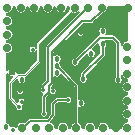
<source format=gbr>
%FSLAX35Y35*%
%MOIN*%
G04 EasyPC Gerber Version 18.0.9 Build 3640 *
%ADD73C,0.00400*%
%ADD10C,0.00500*%
%ADD16C,0.00600*%
%ADD14C,0.00800*%
%ADD95C,0.01400*%
%ADD129C,0.01800*%
%ADD20C,0.02400*%
%ADD12C,0.02800*%
%ADD131C,0.03200*%
X0Y0D02*
D02*
D10*
X2652Y4447D02*
G75*
G02X3785Y3163I-402J-1497D01*
G01*
G75*
G02X5700Y2757I765J-1113*
G01*
G75*
G02X8629Y4602I2050J-7*
G01*
X9714Y5686*
G75*
G02X10350Y5950I637J-636*
G01*
X15777*
X17050Y7223*
Y10650*
G75*
G02X17314Y11286I900J0*
G01*
X18614Y12586*
G75*
G02X19250Y12850I637J-636*
G01*
X21944*
G75*
G02X24300Y11950I1006J-900*
G01*
G75*
G02X21944Y11050I-1350*
G01*
X19623*
X18850Y10277*
Y6850*
G75*
G02X18586Y6214I-900J0*
G01*
X17136Y4763*
G75*
G02X18798Y2652I-386J-2013*
G01*
X19202*
G75*
G02X19200Y2750I2047J98*
G01*
G75*
G02X23300I2050*
G01*
G75*
G02X23298Y2652I-2050*
G01*
X23702*
G75*
G02X24800Y4567I2048J98*
G01*
Y16357*
X20739Y20418*
G75*
G02X18400Y19554I-1489J432*
G01*
Y17450*
G75*
G02X18122Y16778I-950*
G01*
X17446Y16102*
G75*
G02X19300Y14850I504J-1252*
G01*
G75*
G02X17070Y13826I-1350*
G01*
X15900Y12657*
Y8309*
G75*
G02X16300Y7350I-950J-959*
G01*
G75*
G02X13600I-1350*
G01*
G75*
G02X14000Y8309I1350*
G01*
Y13050*
G75*
G02X14278Y13722I950*
G01*
X14483Y13927*
G75*
G02X13800Y16209I267J1323*
G01*
Y16750*
G75*
G02X14078Y17422I950*
G01*
X15400Y18744*
Y29450*
G75*
G02X15673Y30117I950*
G01*
X26605Y41212*
G75*
G02X24532Y40830I-1355J1538*
G01*
X14100Y30398*
Y24850*
G75*
G02X13851Y24249I-850J0*
G01*
X9251Y19649*
G75*
G02X8887Y19434I-600J601*
G01*
G75*
G02X9100Y18650I-1337J-783*
G01*
G75*
G02X6000I-1550*
G01*
G75*
G02X6001Y18699I1554J-1*
G01*
X4600Y17298*
Y12802*
X6101Y11301*
G75*
G02X6100Y11350I1350J46*
G01*
G75*
G02X8800I1350*
G01*
G75*
G02X7938Y10091I-1350*
G01*
G75*
G02X8100Y9450I-1188J-642*
G01*
G75*
G02X5400I-1350*
G01*
G75*
G02X5407Y9591I1350J-1*
G01*
X3149Y11849*
G75*
G02X2900Y12450I601J601*
G01*
Y17650*
G75*
G02X3149Y18251I850J0*
G01*
X4398Y19501*
G75*
G02X2652Y20617I-49J1849*
G01*
Y4447*
X5700Y14850D02*
G75*
G02X8400I1350D01*
G01*
G75*
G02X5700I-1350*
G01*
X4600D02*
G36*
Y12802D01*
X6101Y11301*
G75*
G02Y11350I1350J24*
G01*
G75*
G02X8800I1350*
G01*
G75*
G02X7938Y10091I-1350*
G01*
G75*
G02X8100Y9450I-1188J-642*
G01*
G75*
G02X5400I-1350*
G01*
G75*
G02X5407Y9591I1350J-1*
G01*
X3149Y11849*
G75*
G02X2900Y12450I601J601*
G01*
Y17650*
G75*
G02X3149Y18251I850J0*
G01*
X4398Y19501*
G75*
G02X2652Y20617I-49J1849*
G01*
Y4447*
G75*
G02X3785Y3163I-402J-1497*
G01*
G75*
G02X5700Y2757I765J-1113*
G01*
G75*
G02X8629Y4602I2050J-7*
G01*
X9714Y5686*
G75*
G02X10350Y5950I637J-636*
G01*
X15777*
X17050Y7223*
Y10650*
G75*
G02X17314Y11286I900J0*
G01*
X18614Y12586*
G75*
G02X19250Y12850I637J-636*
G01*
X21944*
G75*
G02X24300Y11950I1006J-900*
G01*
G75*
G02X21944Y11050I-1350*
G01*
X19623*
X18850Y10277*
Y6850*
G75*
G02X18586Y6214I-900J0*
G01*
X17136Y4763*
G75*
G02X18798Y2652I-386J-2013*
G01*
X19202*
G75*
G02X19200Y2750I2047J98*
G01*
G75*
G02X23300I2050*
G01*
G75*
G02X23298Y2652I-2050*
G01*
X23702*
G75*
G02X24800Y4567I2048J98*
G01*
Y16357*
X20739Y20418*
G75*
G02X18400Y19554I-1489J432*
G01*
Y17450*
G75*
G02X18122Y16778I-950*
G01*
X17446Y16102*
G75*
G02X19300Y14850I504J-1252*
G01*
G75*
G02X17070Y13826I-1350*
G01*
X15900Y12657*
Y8309*
G75*
G02X16300Y7350I-950J-959*
G01*
G75*
G02X13600I-1350*
G01*
G75*
G02X14000Y8309I1350*
G01*
Y13050*
G75*
G02X14278Y13722I950*
G01*
X14483Y13927*
G75*
G02X13461Y14850I267J1323*
G01*
X8400*
G75*
G02X5700I-1350*
G01*
X4600*
G37*
X5700D02*
G36*
G75*
G02X8400I1350D01*
G01*
X13461*
G75*
G02X13800Y16209I1289J400*
G01*
Y16750*
G75*
G02X14078Y17422I950*
G01*
X15400Y18744*
Y29450*
G75*
G02X15673Y30117I950*
G01*
X26605Y41212*
G75*
G02X24532Y40830I-1355J1538*
G01*
X14100Y30398*
Y24850*
G75*
G02X13851Y24249I-850J0*
G01*
X9251Y19649*
G75*
G02X8887Y19434I-600J601*
G01*
G75*
G02X9100Y18650I-1337J-783*
G01*
G75*
G02X6000I-1550*
G01*
G75*
G02Y18699I1554J24*
G01*
X4600Y17298*
Y14850*
X5700*
G37*
X2652Y22083D02*
G75*
G02X6181Y21083I1698J-733D01*
G01*
G75*
G02X6350Y21100I169J-833*
G01*
X8298*
X12400Y25202*
Y28240*
G75*
G02X9800Y28750I-1250J510*
G01*
G75*
G02X12400Y29260I1350*
G01*
Y30750*
G75*
G02X12649Y31351I850J0*
G01*
X23330Y42032*
G75*
G02X23202Y42848I1919J718*
G01*
X22798*
G75*
G02X22800Y42750I-2048J-98*
G01*
G75*
G02X18700I-2050*
G01*
G75*
G02X18702Y42848I2049*
G01*
X18298*
G75*
G02X18300Y42750I-2048J-98*
G01*
G75*
G02X14200I-2050*
G01*
G75*
G02X14202Y42848I2049*
G01*
X13798*
G75*
G02X13800Y42750I-2048J-98*
G01*
G75*
G02X9700I-2050*
G01*
G75*
G02X9702Y42848I2049*
G01*
X9298*
G75*
G02X9300Y42750I-2048J-98*
G01*
G75*
G02X5200I-2050*
G01*
G75*
G02X5202Y42848I2049*
G01*
X4798*
G75*
G02X2652Y40702I-2048J-98*
G01*
Y40298*
G75*
G02X4800Y38250I98J-2048*
G01*
G75*
G02X2652Y36202I-2050*
G01*
Y35798*
G75*
G02X4800Y33750I98J-2048*
G01*
G75*
G02X2652Y31702I-2050*
G01*
Y31298*
G75*
G02X4800Y29250I98J-2048*
G01*
G75*
G02X2652Y27202I-2050*
G01*
Y22083*
G36*
G75*
G02X6181Y21083I1698J-733*
G01*
G75*
G02X6350Y21100I169J-833*
G01*
X8298*
X12400Y25202*
Y28240*
G75*
G02X9800Y28750I-1250J510*
G01*
G75*
G02X12400Y29260I1350*
G01*
Y30750*
G75*
G02X12649Y31351I850J0*
G01*
X23330Y42032*
G75*
G02X23202Y42848I1919J718*
G01*
X22798*
G75*
G02X22800Y42750I-2048J-98*
G01*
G75*
G02X18700I-2050*
G01*
G75*
G02X18702Y42848I2049*
G01*
X18298*
G75*
G02X18300Y42750I-2048J-98*
G01*
G75*
G02X14200I-2050*
G01*
G75*
G02X14202Y42848I2049*
G01*
X13798*
G75*
G02X13800Y42750I-2048J-98*
G01*
G75*
G02X9700I-2050*
G01*
G75*
G02X9702Y42848I2049*
G01*
X9298*
G75*
G02X9300Y42750I-2048J-98*
G01*
G75*
G02X5200I-2050*
G01*
G75*
G02X5202Y42848I2049*
G01*
X4798*
G75*
G02X2652Y40702I-2048J-98*
G01*
Y40298*
G75*
G02X4800Y38250I98J-2048*
G01*
G75*
G02X2652Y36202I-2050*
G01*
Y35798*
G75*
G02X4800Y33750I98J-2048*
G01*
G75*
G02X2652Y31702I-2050*
G01*
Y31298*
G75*
G02X4800Y29250I98J-2048*
G01*
G75*
G02X2652Y27202I-2050*
G01*
Y22083*
G37*
X22950Y11950D02*
X19250D01*
X17950Y10650*
Y6850*
X16150Y5050*
X10350*
X8050Y2750*
X7750*
X27798Y2652D02*
X28202D01*
G75*
G02X28200Y2750I2047J98*
G01*
G75*
G02X32300I2050*
G01*
G75*
G02X32298Y2652I-2050*
G01*
X32702*
G75*
G02X32700Y2750I2047J98*
G01*
G75*
G02X36800I2050*
G01*
G75*
G02X36798Y2652I-2050*
G01*
X40702*
G75*
G02X42750Y4800I2048J98*
G01*
Y5200*
G75*
G02X40700Y7250J2050*
G01*
G75*
G02X42750Y9300I2050*
G01*
Y9700*
G75*
G02X40700Y11750J2050*
G01*
G75*
G02X42750Y13800I2050*
G01*
Y14200*
G75*
G02X40700Y16250J2050*
G01*
G75*
G02X42750Y18300I2050*
G01*
Y18700*
G75*
G02X40800Y20118J2050*
G01*
Y19790*
G75*
G02X41300Y18650I-1050J-1140*
G01*
G75*
G02X38200I-1550*
G01*
G75*
G02X38700Y19790I1550*
G01*
Y30515*
X37515Y31700*
X35367*
G75*
G02X35757Y29618I-916J-1250*
G01*
Y27050*
G75*
G02X35404Y26196I-1207J0*
G01*
X29257Y20050*
Y19822*
G75*
G02X29600Y18850I-1208J-972*
G01*
G75*
G02X26500I-1550*
G01*
G75*
G02X26843Y19822I1550*
G01*
Y20550*
G75*
G02X27196Y21404I1207J0*
G01*
X33343Y27550*
Y29366*
G75*
G02X32900Y30450I1107J1084*
G01*
G75*
G02X32910Y30625I1548J0*
G01*
X31136Y28851*
G75*
G02X32300Y27350I-386J-1501*
G01*
G75*
G02X29249Y26964I-1550*
G01*
X26899Y24614*
G75*
G02X26900Y24550I-1550J-61*
G01*
G75*
G02X23800I-1550*
G01*
G75*
G02X25414Y26099I1550*
G01*
X32807Y33493*
G75*
G02X33418Y33792I743J-743*
G01*
G75*
G02X33000Y34850I1132J1059*
G01*
G75*
G02X36100I1550*
G01*
G75*
G02X35690Y33800I-1550*
G01*
X37950*
G75*
G02X38693Y33493J-1050*
G01*
X40493Y31693*
G75*
G02X40800Y30950I-743J-743*
G01*
Y30382*
G75*
G02X42750Y31800I1950J-632*
G01*
Y42848*
X36298*
G75*
G02X34569Y40725I-2048J-98*
G01*
X31322Y37478*
G75*
G02X30650Y37200I-672J672*
G01*
X28144*
X18400Y27457*
Y26875*
G75*
G02X20900Y25650I950J-1225*
G01*
G75*
G02X20267Y24400I-1550*
G01*
G75*
G02X20900Y23150I-917J-1250*
G01*
G75*
G02X20888Y22956I-1549*
G01*
X26422Y17422*
G75*
G02X26700Y16750I-672J-672*
G01*
Y12257*
G75*
G02X28900Y10850I650J-1407*
G01*
G75*
G02X26700Y9443I-1550*
G01*
Y4567*
G75*
G02X27798Y2652I-950J-1817*
G01*
X25800Y34250D02*
G75*
G02X28500I1350D01*
G01*
G75*
G02X25800I-1350*
G01*
X25194D02*
G36*
X18400Y27457D01*
Y26875*
G75*
G02X20900Y25650I950J-1225*
G01*
G75*
G02X20267Y24400I-1550*
G01*
G75*
G02X20900Y23150I-917J-1250*
G01*
G75*
G02X20888Y22956I-1549*
G01*
X26422Y17422*
G75*
G02X26700Y16750I-672J-672*
G01*
Y12257*
G75*
G02X28900Y10850I650J-1407*
G01*
G75*
G02X26700Y9443I-1550*
G01*
Y4567*
G75*
G02X27798Y2652I-950J-1817*
G01*
X28202*
G75*
G02X28200Y2750I2047J98*
G01*
G75*
G02X32300I2050*
G01*
G75*
G02X32298Y2652I-2050*
G01*
X32702*
G75*
G02X32700Y2750I2047J98*
G01*
G75*
G02X36800I2050*
G01*
G75*
G02X36798Y2652I-2050*
G01*
X40702*
G75*
G02X42750Y4800I2048J98*
G01*
Y5200*
G75*
G02X40700Y7250J2050*
G01*
G75*
G02X42750Y9300I2050*
G01*
Y9700*
G75*
G02X40700Y11750J2050*
G01*
G75*
G02X42750Y13800I2050*
G01*
Y14200*
G75*
G02X40700Y16250J2050*
G01*
G75*
G02X42750Y18300I2050*
G01*
Y18700*
G75*
G02X40800Y20118J2050*
G01*
Y19790*
G75*
G02X41300Y18650I-1050J-1140*
G01*
G75*
G02X38200I-1550*
G01*
G75*
G02X38700Y19790I1550*
G01*
Y30515*
X37515Y31700*
X35367*
G75*
G02X35757Y29618I-916J-1250*
G01*
Y27050*
G75*
G02X35404Y26196I-1207J0*
G01*
X29257Y20050*
Y19822*
G75*
G02X29600Y18850I-1208J-972*
G01*
G75*
G02X26500I-1550*
G01*
G75*
G02X26843Y19822I1550*
G01*
Y20550*
G75*
G02X27196Y21404I1207J0*
G01*
X33343Y27550*
Y29366*
G75*
G02X32900Y30450I1107J1084*
G01*
G75*
G02X32910Y30625I1548J0*
G01*
X31136Y28851*
G75*
G02X32300Y27350I-386J-1501*
G01*
G75*
G02X29249Y26964I-1550*
G01*
X26899Y24614*
G75*
G02X26900Y24550I-1550J-61*
G01*
G75*
G02X23800I-1550*
G01*
G75*
G02X25414Y26099I1550*
G01*
X32807Y33493*
G75*
G02X33418Y33792I743J-743*
G01*
G75*
G02X33121Y34250I1132J1059*
G01*
X28500*
G75*
G02X25800I-1350*
G01*
X25194*
G37*
X25800D02*
G36*
G75*
G02X28500I1350D01*
G01*
X33121*
G75*
G02X33000Y34850I1429J600*
G01*
G75*
G02X36100I1550*
G01*
G75*
G02X35690Y33800I-1550*
G01*
X37950*
G75*
G02X38693Y33493J-1050*
G01*
X40493Y31693*
G75*
G02X40800Y30950I-743J-743*
G01*
Y30382*
G75*
G02X42750Y31800I1950J-632*
G01*
Y42848*
X36298*
G75*
G02X34569Y40725I-2048J-98*
G01*
X31322Y37478*
G75*
G02X30650Y37200I-672J672*
G01*
X28144*
X25194Y34250*
X25800*
G37*
D02*
D12*
X2750Y29250D03*
Y33750D03*
Y38250D03*
Y42750D03*
X7250D03*
X7750Y2750D03*
X11750Y42750D03*
X12250Y2750D03*
X16250Y42750D03*
X16750Y2750D03*
X20750Y42750D03*
X21250Y2750D03*
X25250Y42750D03*
X25750Y2750D03*
X29750Y42750D03*
X30250Y2750D03*
X34250Y42750D03*
X34750Y2750D03*
X38950D03*
X42750D03*
Y7250D03*
Y11750D03*
Y16250D03*
Y20750D03*
Y25250D03*
Y29750D03*
X42850Y42750D03*
D02*
D14*
X28050Y18850D02*
Y20550D01*
X34550Y27050*
Y30350*
X34450Y30450*
X39750Y18650D02*
Y30950D01*
X37950Y32750*
X33550*
X25350Y24550*
D02*
D16*
X14750Y15250D02*
Y16750D01*
X16350Y18350*
Y29450*
X29750Y43050*
Y42750*
X14950Y7350D02*
Y13050D01*
X16450Y14550*
Y16450*
X17450Y17450*
Y27850*
X27750Y38150*
X30650*
X34250Y41750*
Y42750*
X19350Y23150D02*
X25750Y16750D01*
Y2750*
D02*
D20*
X4350Y21350D03*
D02*
D73*
X6750Y9450D02*
X3750Y12450D01*
Y17650*
X6350Y20250*
X8650*
X13250Y24850*
Y30750*
X25250Y42750*
D02*
D95*
X4550Y2050D03*
X6750Y9450D03*
X7050Y14850D03*
X7450Y11350D03*
X11150Y28750D03*
X14750Y15250D03*
X14950Y7350D03*
Y20850D03*
X17950Y14850D03*
X22950Y11950D03*
X27150Y34250D03*
D02*
D129*
X2250Y2950D03*
X7450Y21850D03*
X7550Y18650D03*
X19250Y20850D03*
X19350Y23150D03*
Y25650D03*
X20150Y6750D03*
X25350Y24550D03*
X27350Y10850D03*
X28050Y18850D03*
X30750Y27350D03*
X34450Y30450D03*
X34550Y34850D03*
X39750Y18650D03*
D02*
D131*
X22950Y29650D03*
X0Y0D02*
M02*

</source>
